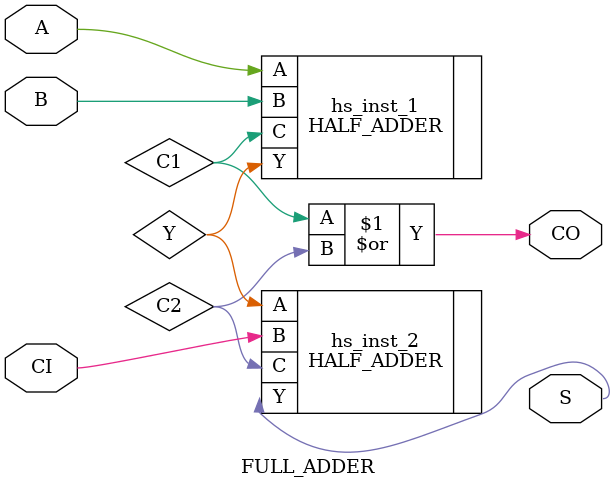
<source format=v>
`include "prj_definition.v"

module FULL_ADDER(S, CO, A, B, CI);
	output S, CO;
	input A, B, CI;

	//TBD
	wire Y, C1, C2;
	
	HALF_ADDER hs_inst_1(.Y(Y), .C(C1), .A(A), .B(B));
	HALF_ADDER hs_inst_2(.Y(S), .C(C2), .A(Y), .B(CI));
	or or_inst(CO, C1, C2);
endmodule

</source>
